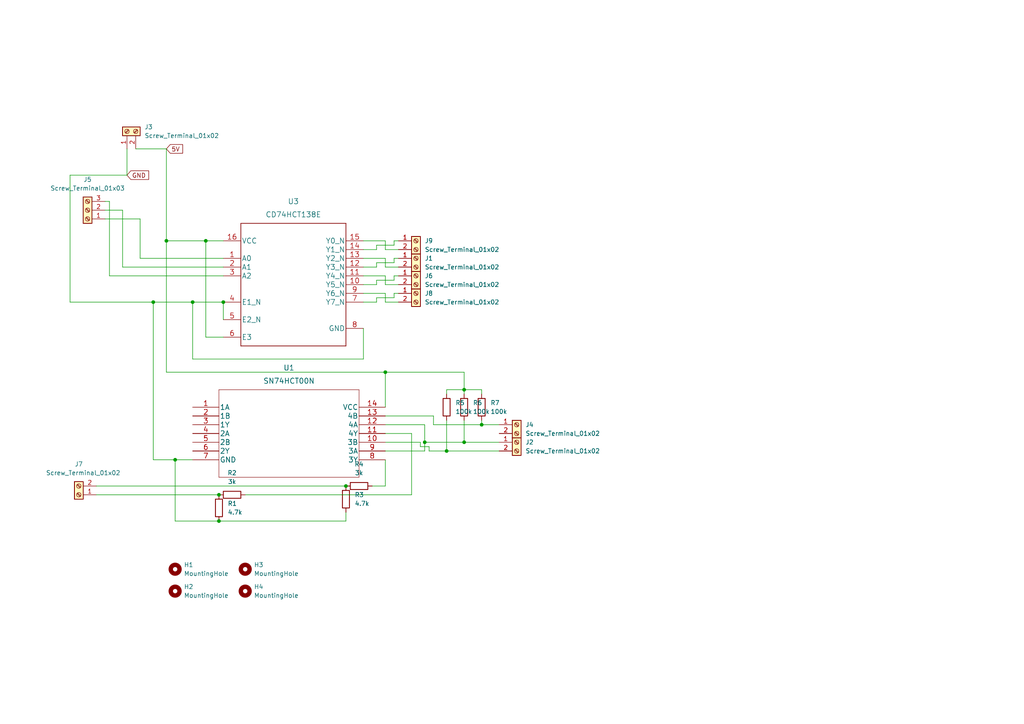
<source format=kicad_sch>
(kicad_sch (version 20230121) (generator eeschema)
  (paper "A4")
  (lib_symbols
    (symbol "2022-08-09_21-33-17:SN74HCT00N" (pin_names (offset 0.254))
      (property "Reference" "U" (at 27.94 10.16 0))
      (property "Value" "SN74HCT00N" (at 27.94 7.62 0))
      (symbol "SN74HCT00N_1_1"
        (polyline (pts (xy 7.62 -20.32) (xy 48.26 -20.32)) (stroke (width 0.127)))
        (polyline (pts (xy 7.62 5.08) (xy 7.62 -20.32)) (stroke (width 0.127)))
        (polyline (pts (xy 48.26 -20.32) (xy 48.26 5.08)) (stroke (width 0.127)))
        (polyline (pts (xy 48.26 5.08) (xy 7.62 5.08)) (stroke (width 0.127)))
        (pin input line (at 0 0 0) (length 7.62) (name "1A") (number "1"))
        (pin input line (at 55.88 -10.16 180) (length 7.62) (name "3B") (number "10"))
        (pin output line (at 55.88 -7.62 180) (length 7.62) (name "4Y") (number "11"))
        (pin input line (at 55.88 -5.08 180) (length 7.62) (name "4A") (number "12"))
        (pin input line (at 55.88 -2.54 180) (length 7.62) (name "4B") (number "13"))
        (pin power_in line (at 55.88 0 180) (length 7.62) (name "VCC") (number "14"))
        (pin input line (at 0 -2.54 0) (length 7.62) (name "1B") (number "2"))
        (pin output line (at 0 -5.08 0) (length 7.62) (name "1Y") (number "3"))
        (pin input line (at 0 -7.62 0) (length 7.62) (name "2A") (number "4"))
        (pin input line (at 0 -10.16 0) (length 7.62) (name "2B") (number "5"))
        (pin output line (at 0 -12.7 0) (length 7.62) (name "2Y") (number "6"))
        (pin power_in line (at 0 -15.24 0) (length 7.62) (name "GND") (number "7"))
        (pin output line (at 55.88 -15.24 180) (length 7.62) (name "3Y") (number "8"))
        (pin input line (at 55.88 -12.7 180) (length 7.62) (name "3A") (number "9"))
      )
    )
    (symbol "2022-08-10_12-14-23:CD74HCT138E" (pin_names (offset 0.254))
      (property "Reference" "U" (at 0 2.54 0))
      (property "Value" "CD74HCT138E" (at 0 0 0))
      (symbol "CD74HCT138E_1_1"
        (polyline (pts (xy -15.24 -17.78) (xy 15.24 -17.78)) (stroke (width 0.2032)))
        (polyline (pts (xy -15.24 17.78) (xy -15.24 -17.78)) (stroke (width 0.2032)))
        (polyline (pts (xy 15.24 -17.78) (xy 15.24 17.78)) (stroke (width 0.2032)))
        (polyline (pts (xy 15.24 17.78) (xy -15.24 17.78)) (stroke (width 0.2032)))
        (pin input line (at -20.32 7.62 0) (length 5.08) (name "A0") (number "1"))
        (pin output line (at 20.32 0 180) (length 5.08) (name "Y5_N") (number "10"))
        (pin output line (at 20.32 2.54 180) (length 5.08) (name "Y4_N") (number "11"))
        (pin output line (at 20.32 5.08 180) (length 5.08) (name "Y3_N") (number "12"))
        (pin output line (at 20.32 7.62 180) (length 5.08) (name "Y2_N") (number "13"))
        (pin output line (at 20.32 10.16 180) (length 5.08) (name "Y1_N") (number "14"))
        (pin output line (at 20.32 12.7 180) (length 5.08) (name "Y0_N") (number "15"))
        (pin power_in line (at -20.32 12.7 0) (length 5.08) (name "VCC") (number "16"))
        (pin input line (at -20.32 5.08 0) (length 5.08) (name "A1") (number "2"))
        (pin input line (at -20.32 2.54 0) (length 5.08) (name "A2") (number "3"))
        (pin input line (at -20.32 -5.08 0) (length 5.08) (name "E1_N") (number "4"))
        (pin input line (at -20.32 -10.16 0) (length 5.08) (name "E2_N") (number "5"))
        (pin input line (at -20.32 -15.24 0) (length 5.08) (name "E3") (number "6"))
        (pin output line (at 20.32 -5.08 180) (length 5.08) (name "Y7_N") (number "7"))
        (pin power_in line (at 20.32 -12.7 180) (length 5.08) (name "GND") (number "8"))
        (pin output line (at 20.32 -2.54 180) (length 5.08) (name "Y6_N") (number "9"))
      )
    )
    (symbol "Connector:Screw_Terminal_01x02" (pin_names (offset 1.016) hide)
      (property "Reference" "J" (at 0 2.54 0))
      (property "Value" "Screw_Terminal_01x02" (at 0 -5.08 0))
      (symbol "Screw_Terminal_01x02_1_1"
        (rectangle (start -1.27 1.27) (end 1.27 -3.81) (stroke (width 0.254)) (fill (type background)))
        (circle (center 0 -2.54) (radius 0.635) (stroke (width 0.1524)))
        (polyline (pts (xy -0.5334 -2.2098) (xy 0.3302 -3.048)) (stroke (width 0.1524)))
        (polyline (pts (xy -0.5334 0.3302) (xy 0.3302 -0.508)) (stroke (width 0.1524)))
        (polyline (pts (xy -0.3556 -2.032) (xy 0.508 -2.8702)) (stroke (width 0.1524)))
        (polyline (pts (xy -0.3556 0.508) (xy 0.508 -0.3302)) (stroke (width 0.1524)))
        (circle (center 0 0) (radius 0.635) (stroke (width 0.1524)))
        (pin passive line (at -5.08 0 0) (length 3.81) (name "Pin_1") (number "1"))
        (pin passive line (at -5.08 -2.54 0) (length 3.81) (name "Pin_2") (number "2"))
      )
    )
    (symbol "Connector:Screw_Terminal_01x03" (pin_names (offset 1.016) hide)
      (property "Reference" "J" (at 0 5.08 0))
      (property "Value" "Screw_Terminal_01x03" (at 0 -5.08 0))
      (symbol "Screw_Terminal_01x03_1_1"
        (rectangle (start -1.27 3.81) (end 1.27 -3.81) (stroke (width 0.254)) (fill (type background)))
        (circle (center 0 -2.54) (radius 0.635) (stroke (width 0.1524)))
        (polyline (pts (xy -0.5334 -2.2098) (xy 0.3302 -3.048)) (stroke (width 0.1524)))
        (polyline (pts (xy -0.5334 0.3302) (xy 0.3302 -0.508)) (stroke (width 0.1524)))
        (polyline (pts (xy -0.5334 2.8702) (xy 0.3302 2.032)) (stroke (width 0.1524)))
        (polyline (pts (xy -0.3556 -2.032) (xy 0.508 -2.8702)) (stroke (width 0.1524)))
        (polyline (pts (xy -0.3556 0.508) (xy 0.508 -0.3302)) (stroke (width 0.1524)))
        (polyline (pts (xy -0.3556 3.048) (xy 0.508 2.2098)) (stroke (width 0.1524)))
        (circle (center 0 0) (radius 0.635) (stroke (width 0.1524)))
        (circle (center 0 2.54) (radius 0.635) (stroke (width 0.1524)))
        (pin passive line (at -5.08 2.54 0) (length 3.81) (name "Pin_1") (number "1"))
        (pin passive line (at -5.08 0 0) (length 3.81) (name "Pin_2") (number "2"))
        (pin passive line (at -5.08 -2.54 0) (length 3.81) (name "Pin_3") (number "3"))
      )
    )
    (symbol "Device:R" (pin_numbers hide) (pin_names (offset 0))
      (property "Reference" "R" (at 2.032 0 90))
      (property "Value" "R" (at 0 0 90))
      (symbol "R_0_1"
        (rectangle (start -1.016 -2.54) (end 1.016 2.54) (stroke (width 0.254)))
      )
      (symbol "R_1_1"
        (pin passive line (at 0 3.81 270) (length 1.27) (name "~") (number "1"))
        (pin passive line (at 0 -3.81 90) (length 1.27) (name "~") (number "2"))
      )
    )
    (symbol "Mechanical:MountingHole" (pin_names (offset 1.016))
      (property "Reference" "H" (at 0 5.08 0))
      (property "Value" "MountingHole" (at 0 3.175 0))
      (symbol "MountingHole_0_1"
        (circle (center 0 0) (radius 1.27) (stroke (width 1.27)))
      )
    )
  )
  (junction (at 50.8 133.35))
  (junction (at 139.7 123.19))
  (junction (at 59.69 69.85))
  (junction (at 55.88 87.63))
  (junction (at 100.33 140.97))
  (junction (at 44.45 87.63))
  (junction (at 129.54 130.81))
  (junction (at 111.76 107.95))
  (junction (at 63.5 143.51))
  (junction (at 64.77 87.63))
  (junction (at 48.26 69.85))
  (junction (at 134.62 113.03))
  (junction (at 63.5 151.13))
  (junction (at 134.62 128.27))
  (junction (at 123.19 128.27))
  (wire (pts (xy 59.69 69.85) (xy 48.26 69.85)))
  (wire (pts (xy 114.3 69.85) (xy 114.3 71.12)))
  (wire (pts (xy 123.19 128.27) (xy 134.62 128.27)))
  (wire (pts (xy 134.62 113.03) (xy 134.62 114.3)))
  (wire (pts (xy 129.54 114.3) (xy 129.54 113.03)))
  (wire (pts (xy 139.7 114.3) (xy 139.7 113.03)))
  (wire (pts (xy 64.77 87.63) (xy 64.77 92.71)))
  (wire (pts (xy 109.22 86.36) (xy 114.3 86.36)))
  (wire (pts (xy 111.76 87.63) (xy 115.57 87.63)))
  (wire (pts (xy 111.76 77.47) (xy 115.57 77.47)))
  (wire (pts (xy 50.8 151.13) (xy 63.5 151.13)))
  (wire (pts (xy 105.41 74.93) (xy 111.76 74.93)))
  (wire (pts (xy 111.76 123.19) (xy 123.19 123.19)))
  (wire (pts (xy 40.64 63.5) (xy 40.64 74.93)))
  (wire (pts (xy 121.92 129.54) (xy 124.46 129.54)))
  (wire (pts (xy 55.88 133.35) (xy 50.8 133.35)))
  (wire (pts (xy 111.76 130.81) (xy 123.19 130.81)))
  (wire (pts (xy 105.41 95.25) (xy 105.41 104.14)))
  (wire (pts (xy 100.33 151.13) (xy 100.33 148.59)))
  (wire (pts (xy 114.3 80.01) (xy 114.3 81.28)))
  (wire (pts (xy 64.77 87.63) (xy 55.88 87.63)))
  (wire (pts (xy 134.62 107.95) (xy 134.62 113.03)))
  (wire (pts (xy 44.45 133.35) (xy 44.45 87.63)))
  (wire (pts (xy 119.38 125.73) (xy 119.38 143.51)))
  (wire (pts (xy 109.22 77.47) (xy 109.22 76.2)))
  (wire (pts (xy 27.94 143.51) (xy 63.5 143.51)))
  (wire (pts (xy 48.26 69.85) (xy 48.26 107.95)))
  (wire (pts (xy 129.54 113.03) (xy 134.62 113.03)))
  (wire (pts (xy 111.76 85.09) (xy 111.76 87.63)))
  (wire (pts (xy 109.22 87.63) (xy 109.22 86.36)))
  (wire (pts (xy 71.12 143.51) (xy 119.38 143.51)))
  (wire (pts (xy 109.22 81.28) (xy 114.3 81.28)))
  (wire (pts (xy 35.56 60.96) (xy 35.56 77.47)))
  (wire (pts (xy 50.8 133.35) (xy 44.45 133.35)))
  (wire (pts (xy 30.48 60.96) (xy 35.56 60.96)))
  (wire (pts (xy 124.46 129.54) (xy 124.46 130.81)))
  (wire (pts (xy 109.22 76.2) (xy 114.3 76.2)))
  (wire (pts (xy 48.26 107.95) (xy 111.76 107.95)))
  (wire (pts (xy 114.3 69.85) (xy 115.57 69.85)))
  (wire (pts (xy 134.62 121.92) (xy 134.62 128.27)))
  (wire (pts (xy 123.19 123.19) (xy 123.19 128.27)))
  (wire (pts (xy 114.3 85.09) (xy 114.3 86.36)))
  (wire (pts (xy 111.76 125.73) (xy 119.38 125.73)))
  (wire (pts (xy 134.62 113.03) (xy 139.7 113.03)))
  (wire (pts (xy 59.69 69.85) (xy 64.77 69.85)))
  (wire (pts (xy 27.94 140.97) (xy 100.33 140.97)))
  (wire (pts (xy 114.3 74.93) (xy 115.57 74.93)))
  (wire (pts (xy 109.22 82.55) (xy 109.22 81.28)))
  (wire (pts (xy 20.32 50.8) (xy 36.83 50.8)))
  (wire (pts (xy 55.88 104.14) (xy 55.88 87.63)))
  (wire (pts (xy 139.7 121.92) (xy 139.7 123.19)))
  (wire (pts (xy 125.73 120.65) (xy 125.73 123.19)))
  (wire (pts (xy 134.62 128.27) (xy 144.78 128.27)))
  (wire (pts (xy 111.76 82.55) (xy 115.57 82.55)))
  (wire (pts (xy 105.41 82.55) (xy 109.22 82.55)))
  (wire (pts (xy 36.83 43.18) (xy 36.83 50.8)))
  (wire (pts (xy 63.5 151.13) (xy 100.33 151.13)))
  (wire (pts (xy 64.77 97.79) (xy 59.69 97.79)))
  (wire (pts (xy 50.8 133.35) (xy 50.8 151.13)))
  (wire (pts (xy 105.41 77.47) (xy 109.22 77.47)))
  (wire (pts (xy 105.41 104.14) (xy 55.88 104.14)))
  (wire (pts (xy 48.26 69.85) (xy 48.26 43.18)))
  (wire (pts (xy 105.41 80.01) (xy 111.76 80.01)))
  (wire (pts (xy 59.69 97.79) (xy 59.69 69.85)))
  (wire (pts (xy 111.76 80.01) (xy 111.76 82.55)))
  (wire (pts (xy 125.73 123.19) (xy 139.7 123.19)))
  (wire (pts (xy 129.54 130.81) (xy 144.78 130.81)))
  (wire (pts (xy 121.92 128.27) (xy 121.92 129.54)))
  (wire (pts (xy 129.54 121.92) (xy 129.54 130.81)))
  (wire (pts (xy 111.76 74.93) (xy 111.76 77.47)))
  (wire (pts (xy 105.41 72.39) (xy 109.22 72.39)))
  (wire (pts (xy 30.48 63.5) (xy 40.64 63.5)))
  (wire (pts (xy 111.76 107.95) (xy 134.62 107.95)))
  (wire (pts (xy 109.22 71.12) (xy 114.3 71.12)))
  (wire (pts (xy 114.3 85.09) (xy 115.57 85.09)))
  (wire (pts (xy 107.95 140.97) (xy 111.76 140.97)))
  (wire (pts (xy 111.76 120.65) (xy 125.73 120.65)))
  (wire (pts (xy 111.76 69.85) (xy 111.76 72.39)))
  (wire (pts (xy 55.88 87.63) (xy 44.45 87.63)))
  (wire (pts (xy 30.48 58.42) (xy 31.75 58.42)))
  (wire (pts (xy 31.75 58.42) (xy 31.75 80.01)))
  (wire (pts (xy 105.41 85.09) (xy 111.76 85.09)))
  (wire (pts (xy 111.76 140.97) (xy 111.76 133.35)))
  (wire (pts (xy 111.76 128.27) (xy 121.92 128.27)))
  (wire (pts (xy 105.41 87.63) (xy 109.22 87.63)))
  (wire (pts (xy 139.7 123.19) (xy 144.78 123.19)))
  (wire (pts (xy 114.3 74.93) (xy 114.3 76.2)))
  (wire (pts (xy 114.3 80.01) (xy 115.57 80.01)))
  (wire (pts (xy 39.37 43.18) (xy 48.26 43.18)))
  (wire (pts (xy 124.46 130.81) (xy 129.54 130.81)))
  (wire (pts (xy 109.22 72.39) (xy 109.22 71.12)))
  (wire (pts (xy 111.76 72.39) (xy 115.57 72.39)))
  (wire (pts (xy 123.19 128.27) (xy 123.19 130.81)))
  (wire (pts (xy 20.32 87.63) (xy 20.32 50.8)))
  (wire (pts (xy 31.75 80.01) (xy 64.77 80.01)))
  (wire (pts (xy 105.41 69.85) (xy 111.76 69.85)))
  (wire (pts (xy 111.76 118.11) (xy 111.76 107.95)))
  (wire (pts (xy 35.56 77.47) (xy 64.77 77.47)))
  (wire (pts (xy 44.45 87.63) (xy 20.32 87.63)))
  (wire (pts (xy 40.64 74.93) (xy 64.77 74.93)))
  (global_label "GND" (shape input) (at 36.83 50.8 0) (property "Intersheetrefs" "${INTERSHEET_REFS}" (effects hide)))
  (global_label "5V" (shape input) (at 48.26 43.18 0) (property "Intersheetrefs" "${INTERSHEET_REFS}" (effects hide)))
  (symbol (lib_id "Device:R") (at 134.62 118.11 180) (unit 1)
    (property "Reference" "R6" (at 137.16 116.8399 0) (effects (justify right)))
    (property "Value" "100k" (at 137.16 119.3799 0) (effects (justify right)))
    (property "Footprint" "Resistor_THT:R_Axial_DIN0207_L6.3mm_D2.5mm_P10.16mm_Horizontal" (effects hide))
  )
  (symbol (lib_id "Connector:Screw_Terminal_01x02") (at 149.86 123.19 0) (unit 1)
    (property "Reference" "J4" (at 152.4 123.1899 0) (effects (justify left)))
    (property "Value" "Screw_Terminal_01x02" (at 152.4 125.7299 0) (effects (justify left)))
    (property "Footprint" "TerminalBlock_MetzConnect:TerminalBlock_MetzConnect_Type073_RT02602HBLU_1x02_P5.08mm_Horizontal" (effects hide))
  )
  (symbol (lib_id "Connector:Screw_Terminal_01x02") (at 22.86 143.51 180) (unit 1)
    (property "Reference" "J7" (at 22.86 134.62 0))
    (property "Value" "Screw_Terminal_01x02" (at 24.13 137.16 0))
    (property "Footprint" "TerminalBlock_MetzConnect:TerminalBlock_MetzConnect_Type073_RT02602HBLU_1x02_P5.08mm_Horizontal" (effects hide))
  )
  (symbol (lib_id "Mechanical:MountingHole") (at 50.8 171.45 0) (unit 1)
    (property "Reference" "H2" (at 53.34 170.1799 0) (effects (justify left)))
    (property "Value" "MountingHole" (at 53.34 172.7199 0) (effects (justify left)))
    (property "Footprint" "MountingHole:MountingHole_3mm" (effects hide))
  )
  (symbol (lib_id "Mechanical:MountingHole") (at 50.8 165.1 0) (unit 1)
    (property "Reference" "H1" (at 53.34 163.8299 0) (effects (justify left)))
    (property "Value" "MountingHole" (at 53.34 166.3699 0) (effects (justify left)))
    (property "Footprint" "MountingHole:MountingHole_3mm" (effects hide))
  )
  (symbol (lib_id "Device:R") (at 67.31 143.51 90) (unit 1)
    (property "Reference" "R2" (at 67.31 137.16 90))
    (property "Value" "3k" (at 67.31 139.7 90))
    (property "Footprint" "Resistor_THT:R_Axial_DIN0207_L6.3mm_D2.5mm_P10.16mm_Horizontal" (effects hide))
  )
  (symbol (lib_id "Connector:Screw_Terminal_01x02") (at 36.83 38.1 90) (unit 1)
    (property "Reference" "J3" (at 41.91 36.8299 90) (effects (justify right)))
    (property "Value" "Screw_Terminal_01x02" (at 41.91 39.3699 90) (effects (justify right)))
    (property "Footprint" "TerminalBlock_MetzConnect:TerminalBlock_MetzConnect_Type073_RT02602HBLU_1x02_P5.08mm_Horizontal" (effects hide))
  )
  (symbol (lib_id "Connector:Screw_Terminal_01x03") (at 25.4 60.96 180) (unit 1)
    (property "Reference" "J5" (at 25.4 52.07 0))
    (property "Value" "Screw_Terminal_01x03" (at 25.4 54.61 0))
    (property "Footprint" "TerminalBlock_Phoenix:TerminalBlock_Phoenix_MKDS-3-3-5.08_1x03_P5.08mm_Horizontal" (effects hide))
  )
  (symbol (lib_id "Connector:Screw_Terminal_01x02") (at 120.65 85.09 0) (unit 1)
    (property "Reference" "J8" (at 123.19 85.0899 0) (effects (justify left)))
    (property "Value" "Screw_Terminal_01x02" (at 123.19 87.6299 0) (effects (justify left)))
    (property "Footprint" "TerminalBlock_MetzConnect:TerminalBlock_MetzConnect_Type073_RT02602HBLU_1x02_P5.08mm_Horizontal" (effects hide))
  )
  (symbol (lib_id "Mechanical:MountingHole") (at 71.12 171.45 0) (unit 1)
    (property "Reference" "H4" (at 73.66 170.1799 0) (effects (justify left)))
    (property "Value" "MountingHole" (at 73.66 172.7199 0) (effects (justify left)))
    (property "Footprint" "MountingHole:MountingHole_3mm" (effects hide))
  )
  (symbol (lib_id "Connector:Screw_Terminal_01x02") (at 120.65 80.01 0) (unit 1)
    (property "Reference" "J6" (at 123.19 80.0099 0) (effects (justify left)))
    (property "Value" "Screw_Terminal_01x02" (at 123.19 82.5499 0) (effects (justify left)))
    (property "Footprint" "TerminalBlock_MetzConnect:TerminalBlock_MetzConnect_Type073_RT02602HBLU_1x02_P5.08mm_Horizontal" (effects hide))
  )
  (symbol (lib_id "Mechanical:MountingHole") (at 71.12 165.1 0) (unit 1)
    (property "Reference" "H3" (at 73.66 163.8299 0) (effects (justify left)))
    (property "Value" "MountingHole" (at 73.66 166.3699 0) (effects (justify left)))
    (property "Footprint" "MountingHole:MountingHole_3mm" (effects hide))
  )
  (symbol (lib_id "Device:R") (at 139.7 118.11 180) (unit 1)
    (property "Reference" "R7" (at 142.24 116.8399 0) (effects (justify right)))
    (property "Value" "100k" (at 142.24 119.3799 0) (effects (justify right)))
    (property "Footprint" "Resistor_THT:R_Axial_DIN0207_L6.3mm_D2.5mm_P10.16mm_Horizontal" (effects hide))
  )
  (symbol (lib_id "2022-08-09_21-33-17:SN74HCT00N") (at 55.88 118.11 0) (unit 1)
    (property "Reference" "U1" (at 83.82 106.68 0) (effects (font (size 1.524 1.524))))
    (property "Value" "SN74HCT00N" (at 83.82 110.49 0) (effects (font (size 1.524 1.524))))
    (property "Footprint" "SN74HCT00N:SN74HCT00N" (effects hide))
  )
  (symbol (lib_id "Connector:Screw_Terminal_01x02") (at 120.65 69.85 0) (unit 1)
    (property "Reference" "J9" (at 123.19 69.8499 0) (effects (justify left)))
    (property "Value" "Screw_Terminal_01x02" (at 123.19 72.3899 0) (effects (justify left)))
    (property "Footprint" "TerminalBlock_MetzConnect:TerminalBlock_MetzConnect_Type073_RT02602HBLU_1x02_P5.08mm_Horizontal" (effects hide))
  )
  (symbol (lib_id "Device:R") (at 104.14 140.97 270) (unit 1)
    (property "Reference" "R4" (at 104.14 134.62 90))
    (property "Value" "3k" (at 104.14 137.16 90))
    (property "Footprint" "Resistor_THT:R_Axial_DIN0207_L6.3mm_D2.5mm_P10.16mm_Horizontal" (effects hide))
  )
  (symbol (lib_id "Device:R") (at 63.5 147.32 0) (unit 1)
    (property "Reference" "R1" (at 66.04 146.0499 0) (effects (justify left)))
    (property "Value" "4.7k" (at 66.04 148.5899 0) (effects (justify left)))
    (property "Footprint" "Resistor_THT:R_Axial_DIN0207_L6.3mm_D2.5mm_P10.16mm_Horizontal" (effects hide))
  )
  (symbol (lib_id "2022-08-10_12-14-23:CD74HCT138E") (at 85.09 82.55 0) (unit 1)
    (property "Reference" "U3" (at 85.09 58.42 0) (effects (font (size 1.524 1.524))))
    (property "Value" "CD74HCT138E" (at 85.09 62.23 0) (effects (font (size 1.524 1.524))))
    (property "Footprint" "CD74HCT138E:CD74HCT138E" (effects hide))
  )
  (symbol (lib_id "Connector:Screw_Terminal_01x02") (at 149.86 128.27 0) (unit 1)
    (property "Reference" "J2" (at 152.4 128.2699 0) (effects (justify left)))
    (property "Value" "Screw_Terminal_01x02" (at 152.4 130.8099 0) (effects (justify left)))
    (property "Footprint" "TerminalBlock_MetzConnect:TerminalBlock_MetzConnect_Type073_RT02602HBLU_1x02_P5.08mm_Horizontal" (effects hide))
  )
  (symbol (lib_id "Connector:Screw_Terminal_01x02") (at 120.65 74.93 0) (unit 1)
    (property "Reference" "J1" (at 123.19 74.9299 0) (effects (justify left)))
    (property "Value" "Screw_Terminal_01x02" (at 123.19 77.4699 0) (effects (justify left)))
    (property "Footprint" "TerminalBlock_MetzConnect:TerminalBlock_MetzConnect_Type073_RT02602HBLU_1x02_P5.08mm_Horizontal" (effects hide))
  )
  (symbol (lib_id "Device:R") (at 129.54 118.11 180) (unit 1)
    (property "Reference" "R5" (at 132.08 116.8399 0) (effects (justify right)))
    (property "Value" "100k" (at 132.08 119.3799 0) (effects (justify right)))
    (property "Footprint" "Resistor_THT:R_Axial_DIN0207_L6.3mm_D2.5mm_P10.16mm_Horizontal" (effects hide))
  )
  (symbol (lib_id "Device:R") (at 100.33 144.78 0) (unit 1)
    (property "Reference" "R3" (at 102.87 143.5099 0) (effects (justify left)))
    (property "Value" "4.7k" (at 102.87 146.0499 0) (effects (justify left)))
    (property "Footprint" "Resistor_THT:R_Axial_DIN0207_L6.3mm_D2.5mm_P10.16mm_Horizontal" (effects hide))
  )
)
</source>
